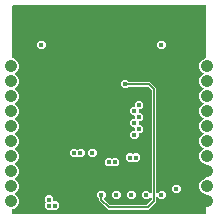
<source format=gbr>
G04 EAGLE Gerber RS-274X export*
G75*
%MOMM*%
%FSLAX34Y34*%
%LPD*%
%INCopper Layer 2*%
%IPPOS*%
%AMOC8*
5,1,8,0,0,1.08239X$1,22.5*%
G01*
%ADD10C,1.050000*%
%ADD11C,0.453200*%
%ADD12C,0.152400*%

G36*
X165580Y2012D02*
X165580Y2012D01*
X165646Y2014D01*
X165689Y2032D01*
X165736Y2040D01*
X165793Y2074D01*
X165853Y2099D01*
X165888Y2130D01*
X165929Y2155D01*
X165971Y2206D01*
X166019Y2250D01*
X166041Y2292D01*
X166070Y2329D01*
X166091Y2391D01*
X166122Y2450D01*
X166130Y2504D01*
X166142Y2541D01*
X166141Y2581D01*
X166149Y2635D01*
X166149Y18245D01*
X166138Y18310D01*
X166136Y18376D01*
X166118Y18419D01*
X166110Y18466D01*
X166076Y18523D01*
X166051Y18583D01*
X166020Y18618D01*
X165995Y18659D01*
X165944Y18701D01*
X165900Y18749D01*
X165858Y18771D01*
X165821Y18800D01*
X165759Y18821D01*
X165700Y18852D01*
X165646Y18860D01*
X165609Y18872D01*
X165569Y18871D01*
X165515Y18879D01*
X165473Y18879D01*
X163076Y19872D01*
X161242Y21706D01*
X160249Y24103D01*
X160249Y26697D01*
X161242Y29094D01*
X163076Y30928D01*
X165473Y31921D01*
X165515Y31921D01*
X165580Y31932D01*
X165646Y31934D01*
X165689Y31952D01*
X165736Y31960D01*
X165793Y31994D01*
X165853Y32019D01*
X165888Y32050D01*
X165929Y32075D01*
X165971Y32126D01*
X166019Y32170D01*
X166041Y32212D01*
X166070Y32249D01*
X166091Y32311D01*
X166122Y32370D01*
X166130Y32424D01*
X166142Y32461D01*
X166141Y32501D01*
X166149Y32555D01*
X166149Y43645D01*
X166138Y43710D01*
X166136Y43776D01*
X166118Y43819D01*
X166110Y43866D01*
X166076Y43923D01*
X166051Y43983D01*
X166020Y44018D01*
X165995Y44059D01*
X165944Y44101D01*
X165900Y44149D01*
X165858Y44171D01*
X165821Y44200D01*
X165759Y44221D01*
X165700Y44252D01*
X165646Y44260D01*
X165609Y44272D01*
X165569Y44271D01*
X165515Y44279D01*
X165473Y44279D01*
X163076Y45272D01*
X161242Y47106D01*
X160249Y49503D01*
X160249Y52097D01*
X161242Y54494D01*
X163076Y56328D01*
X163646Y56564D01*
X163721Y56612D01*
X163799Y56655D01*
X163815Y56672D01*
X163835Y56685D01*
X163888Y56756D01*
X163947Y56823D01*
X163956Y56846D01*
X163970Y56865D01*
X163995Y56950D01*
X164027Y57033D01*
X164027Y57057D01*
X164034Y57080D01*
X164028Y57169D01*
X164028Y57257D01*
X164020Y57280D01*
X164019Y57303D01*
X163982Y57385D01*
X163952Y57468D01*
X163937Y57486D01*
X163927Y57508D01*
X163864Y57572D01*
X163807Y57639D01*
X163784Y57653D01*
X163769Y57668D01*
X163724Y57689D01*
X163646Y57736D01*
X163076Y57972D01*
X161242Y59806D01*
X160249Y62203D01*
X160249Y64797D01*
X161242Y67194D01*
X163076Y69028D01*
X163646Y69264D01*
X163721Y69312D01*
X163799Y69354D01*
X163815Y69372D01*
X163835Y69385D01*
X163888Y69456D01*
X163947Y69523D01*
X163956Y69546D01*
X163970Y69564D01*
X163995Y69650D01*
X164027Y69733D01*
X164027Y69757D01*
X164034Y69780D01*
X164028Y69868D01*
X164029Y69957D01*
X164020Y69980D01*
X164019Y70003D01*
X163982Y70084D01*
X163952Y70168D01*
X163937Y70187D01*
X163927Y70208D01*
X163864Y70272D01*
X163807Y70339D01*
X163784Y70353D01*
X163769Y70368D01*
X163724Y70389D01*
X163646Y70436D01*
X163076Y70672D01*
X161242Y72506D01*
X160249Y74903D01*
X160249Y77497D01*
X161242Y79894D01*
X163076Y81728D01*
X163646Y81964D01*
X163721Y82012D01*
X163799Y82054D01*
X163809Y82066D01*
X163816Y82070D01*
X163822Y82077D01*
X163835Y82085D01*
X163888Y82156D01*
X163947Y82223D01*
X163953Y82238D01*
X163958Y82244D01*
X163960Y82252D01*
X163970Y82264D01*
X163995Y82350D01*
X164027Y82433D01*
X164027Y82449D01*
X164030Y82457D01*
X164029Y82465D01*
X164034Y82480D01*
X164028Y82568D01*
X164029Y82657D01*
X164023Y82672D01*
X164023Y82681D01*
X164020Y82689D01*
X164019Y82703D01*
X163982Y82784D01*
X163952Y82868D01*
X163942Y82880D01*
X163939Y82889D01*
X163932Y82896D01*
X163927Y82908D01*
X163864Y82972D01*
X163807Y83039D01*
X163794Y83047D01*
X163787Y83055D01*
X163778Y83059D01*
X163769Y83068D01*
X163724Y83089D01*
X163646Y83136D01*
X163076Y83372D01*
X161242Y85206D01*
X160249Y87603D01*
X160249Y90197D01*
X161242Y92594D01*
X163076Y94428D01*
X163646Y94664D01*
X163721Y94712D01*
X163799Y94754D01*
X163815Y94772D01*
X163835Y94785D01*
X163888Y94856D01*
X163947Y94923D01*
X163956Y94946D01*
X163970Y94964D01*
X163995Y95050D01*
X164027Y95133D01*
X164027Y95157D01*
X164034Y95180D01*
X164028Y95268D01*
X164029Y95357D01*
X164020Y95380D01*
X164019Y95403D01*
X163982Y95484D01*
X163952Y95568D01*
X163937Y95587D01*
X163927Y95608D01*
X163864Y95672D01*
X163807Y95739D01*
X163784Y95753D01*
X163769Y95768D01*
X163724Y95789D01*
X163646Y95836D01*
X163076Y96072D01*
X161242Y97906D01*
X160249Y100303D01*
X160249Y102897D01*
X161242Y105294D01*
X163076Y107128D01*
X163646Y107364D01*
X163721Y107412D01*
X163799Y107454D01*
X163815Y107472D01*
X163835Y107485D01*
X163888Y107556D01*
X163947Y107623D01*
X163956Y107646D01*
X163970Y107664D01*
X163995Y107750D01*
X164027Y107833D01*
X164027Y107857D01*
X164034Y107880D01*
X164028Y107968D01*
X164029Y108057D01*
X164020Y108080D01*
X164019Y108103D01*
X163982Y108184D01*
X163952Y108268D01*
X163937Y108287D01*
X163927Y108308D01*
X163864Y108372D01*
X163807Y108439D01*
X163784Y108453D01*
X163769Y108468D01*
X163724Y108489D01*
X163646Y108536D01*
X163076Y108772D01*
X161242Y110606D01*
X160249Y113003D01*
X160249Y115597D01*
X161242Y117994D01*
X163076Y119828D01*
X163646Y120064D01*
X163721Y120112D01*
X163799Y120154D01*
X163815Y120172D01*
X163835Y120185D01*
X163888Y120256D01*
X163947Y120323D01*
X163956Y120346D01*
X163970Y120364D01*
X163995Y120450D01*
X164027Y120533D01*
X164027Y120557D01*
X164034Y120580D01*
X164028Y120668D01*
X164029Y120757D01*
X164020Y120780D01*
X164019Y120803D01*
X163982Y120884D01*
X163952Y120968D01*
X163937Y120987D01*
X163927Y121008D01*
X163864Y121072D01*
X163807Y121139D01*
X163784Y121153D01*
X163769Y121168D01*
X163724Y121189D01*
X163646Y121236D01*
X163076Y121472D01*
X161242Y123306D01*
X160249Y125703D01*
X160249Y128297D01*
X161242Y130694D01*
X163076Y132528D01*
X165473Y133521D01*
X165515Y133521D01*
X165580Y133532D01*
X165646Y133534D01*
X165689Y133552D01*
X165736Y133560D01*
X165793Y133594D01*
X165853Y133619D01*
X165888Y133650D01*
X165929Y133675D01*
X165971Y133726D01*
X166019Y133770D01*
X166041Y133812D01*
X166070Y133849D01*
X166091Y133911D01*
X166122Y133970D01*
X166130Y134024D01*
X166142Y134061D01*
X166141Y134101D01*
X166149Y134155D01*
X166149Y177800D01*
X166138Y177865D01*
X166136Y177931D01*
X166118Y177974D01*
X166110Y178021D01*
X166076Y178078D01*
X166051Y178138D01*
X166020Y178173D01*
X165995Y178214D01*
X165944Y178256D01*
X165900Y178304D01*
X165858Y178326D01*
X165821Y178355D01*
X165759Y178376D01*
X165700Y178407D01*
X165646Y178415D01*
X165609Y178427D01*
X165569Y178426D01*
X165515Y178434D01*
X2635Y178434D01*
X2570Y178423D01*
X2504Y178421D01*
X2461Y178403D01*
X2414Y178395D01*
X2357Y178361D01*
X2297Y178336D01*
X2262Y178305D01*
X2221Y178280D01*
X2179Y178229D01*
X2131Y178185D01*
X2109Y178143D01*
X2080Y178106D01*
X2059Y178044D01*
X2028Y177985D01*
X2020Y177931D01*
X2008Y177894D01*
X2009Y177854D01*
X2001Y177800D01*
X2001Y134155D01*
X2012Y134090D01*
X2014Y134024D01*
X2032Y133981D01*
X2040Y133934D01*
X2074Y133877D01*
X2099Y133817D01*
X2130Y133782D01*
X2155Y133741D01*
X2206Y133699D01*
X2250Y133651D01*
X2292Y133629D01*
X2329Y133600D01*
X2391Y133579D01*
X2450Y133548D01*
X2504Y133540D01*
X2541Y133528D01*
X2550Y133528D01*
X4964Y132528D01*
X6798Y130694D01*
X7791Y128297D01*
X7791Y125703D01*
X6798Y123306D01*
X4964Y121472D01*
X4394Y121236D01*
X4319Y121188D01*
X4241Y121145D01*
X4225Y121128D01*
X4205Y121115D01*
X4152Y121044D01*
X4093Y120977D01*
X4084Y120954D01*
X4070Y120935D01*
X4045Y120850D01*
X4013Y120767D01*
X4013Y120743D01*
X4006Y120720D01*
X4012Y120631D01*
X4012Y120543D01*
X4020Y120520D01*
X4021Y120497D01*
X4058Y120415D01*
X4088Y120332D01*
X4103Y120313D01*
X4113Y120292D01*
X4176Y120228D01*
X4233Y120161D01*
X4256Y120147D01*
X4271Y120132D01*
X4316Y120111D01*
X4394Y120064D01*
X4964Y119828D01*
X6798Y117994D01*
X7791Y115597D01*
X7791Y113003D01*
X6798Y110606D01*
X4964Y108772D01*
X4394Y108536D01*
X4319Y108488D01*
X4241Y108445D01*
X4225Y108428D01*
X4205Y108415D01*
X4152Y108344D01*
X4093Y108277D01*
X4084Y108254D01*
X4070Y108235D01*
X4045Y108150D01*
X4013Y108067D01*
X4013Y108043D01*
X4006Y108020D01*
X4012Y107931D01*
X4012Y107843D01*
X4020Y107820D01*
X4021Y107797D01*
X4058Y107715D01*
X4088Y107632D01*
X4103Y107613D01*
X4113Y107592D01*
X4176Y107528D01*
X4233Y107461D01*
X4256Y107447D01*
X4271Y107432D01*
X4316Y107411D01*
X4394Y107364D01*
X4964Y107128D01*
X6798Y105294D01*
X7791Y102897D01*
X7791Y100303D01*
X6798Y97906D01*
X4964Y96072D01*
X4394Y95836D01*
X4319Y95788D01*
X4241Y95745D01*
X4225Y95728D01*
X4205Y95715D01*
X4152Y95644D01*
X4093Y95577D01*
X4084Y95554D01*
X4070Y95535D01*
X4045Y95450D01*
X4013Y95367D01*
X4013Y95343D01*
X4006Y95320D01*
X4012Y95231D01*
X4012Y95143D01*
X4020Y95120D01*
X4021Y95097D01*
X4058Y95015D01*
X4088Y94932D01*
X4103Y94913D01*
X4113Y94892D01*
X4176Y94828D01*
X4233Y94761D01*
X4256Y94747D01*
X4271Y94732D01*
X4316Y94711D01*
X4394Y94664D01*
X4964Y94428D01*
X6798Y92594D01*
X7791Y90197D01*
X7791Y87603D01*
X6798Y85206D01*
X4964Y83372D01*
X4394Y83136D01*
X4319Y83088D01*
X4241Y83045D01*
X4233Y83036D01*
X4224Y83031D01*
X4217Y83022D01*
X4205Y83015D01*
X4152Y82944D01*
X4093Y82877D01*
X4088Y82864D01*
X4082Y82857D01*
X4079Y82847D01*
X4070Y82835D01*
X4045Y82750D01*
X4013Y82667D01*
X4013Y82652D01*
X4010Y82644D01*
X4011Y82635D01*
X4006Y82620D01*
X4012Y82531D01*
X4012Y82443D01*
X4017Y82428D01*
X4017Y82420D01*
X4020Y82412D01*
X4021Y82397D01*
X4058Y82315D01*
X4088Y82232D01*
X4098Y82220D01*
X4101Y82212D01*
X4107Y82206D01*
X4113Y82192D01*
X4176Y82128D01*
X4233Y82061D01*
X4248Y82052D01*
X4253Y82046D01*
X4260Y82043D01*
X4271Y82032D01*
X4316Y82011D01*
X4394Y81964D01*
X4964Y81728D01*
X6798Y79894D01*
X7791Y77497D01*
X7791Y74903D01*
X6798Y72506D01*
X4964Y70672D01*
X4394Y70436D01*
X4319Y70388D01*
X4241Y70345D01*
X4225Y70328D01*
X4205Y70315D01*
X4152Y70244D01*
X4093Y70177D01*
X4084Y70154D01*
X4070Y70135D01*
X4045Y70050D01*
X4013Y69967D01*
X4013Y69943D01*
X4006Y69920D01*
X4012Y69831D01*
X4012Y69743D01*
X4020Y69720D01*
X4021Y69697D01*
X4058Y69615D01*
X4088Y69532D01*
X4103Y69514D01*
X4113Y69492D01*
X4176Y69428D01*
X4233Y69361D01*
X4256Y69347D01*
X4271Y69332D01*
X4316Y69311D01*
X4394Y69264D01*
X4964Y69028D01*
X6798Y67194D01*
X7791Y64797D01*
X7791Y62203D01*
X6798Y59806D01*
X4964Y57972D01*
X4394Y57736D01*
X4319Y57688D01*
X4241Y57646D01*
X4225Y57628D01*
X4205Y57615D01*
X4152Y57544D01*
X4093Y57477D01*
X4084Y57454D01*
X4070Y57436D01*
X4045Y57350D01*
X4013Y57267D01*
X4013Y57243D01*
X4006Y57220D01*
X4012Y57132D01*
X4011Y57043D01*
X4020Y57020D01*
X4021Y56997D01*
X4058Y56916D01*
X4088Y56832D01*
X4103Y56813D01*
X4113Y56792D01*
X4176Y56728D01*
X4233Y56661D01*
X4256Y56647D01*
X4271Y56632D01*
X4316Y56611D01*
X4394Y56564D01*
X4964Y56328D01*
X6798Y54494D01*
X7791Y52097D01*
X7791Y49503D01*
X6798Y47106D01*
X4964Y45272D01*
X4394Y45036D01*
X4319Y44988D01*
X4241Y44946D01*
X4225Y44928D01*
X4205Y44915D01*
X4152Y44844D01*
X4093Y44777D01*
X4084Y44754D01*
X4070Y44736D01*
X4045Y44650D01*
X4013Y44567D01*
X4013Y44543D01*
X4006Y44520D01*
X4012Y44432D01*
X4011Y44343D01*
X4020Y44320D01*
X4021Y44297D01*
X4058Y44216D01*
X4088Y44132D01*
X4103Y44113D01*
X4113Y44092D01*
X4176Y44028D01*
X4233Y43961D01*
X4256Y43947D01*
X4271Y43932D01*
X4316Y43911D01*
X4394Y43864D01*
X4964Y43628D01*
X6798Y41794D01*
X7791Y39397D01*
X7791Y36803D01*
X6798Y34406D01*
X4964Y32572D01*
X4394Y32336D01*
X4319Y32288D01*
X4241Y32246D01*
X4225Y32228D01*
X4205Y32215D01*
X4152Y32144D01*
X4093Y32077D01*
X4084Y32054D01*
X4070Y32036D01*
X4045Y31950D01*
X4013Y31867D01*
X4013Y31843D01*
X4006Y31820D01*
X4012Y31732D01*
X4011Y31643D01*
X4020Y31620D01*
X4021Y31597D01*
X4058Y31516D01*
X4088Y31432D01*
X4103Y31413D01*
X4113Y31392D01*
X4176Y31328D01*
X4233Y31261D01*
X4256Y31247D01*
X4271Y31232D01*
X4316Y31211D01*
X4394Y31164D01*
X4964Y30928D01*
X6798Y29094D01*
X7791Y26697D01*
X7791Y24103D01*
X6798Y21706D01*
X4964Y19872D01*
X4394Y19636D01*
X4319Y19588D01*
X4241Y19546D01*
X4225Y19528D01*
X4205Y19515D01*
X4152Y19444D01*
X4093Y19377D01*
X4084Y19354D01*
X4070Y19336D01*
X4045Y19250D01*
X4013Y19167D01*
X4013Y19143D01*
X4006Y19120D01*
X4012Y19032D01*
X4011Y18943D01*
X4020Y18920D01*
X4021Y18897D01*
X4058Y18816D01*
X4088Y18732D01*
X4103Y18713D01*
X4113Y18692D01*
X4176Y18628D01*
X4233Y18561D01*
X4256Y18547D01*
X4271Y18532D01*
X4316Y18511D01*
X4394Y18464D01*
X4964Y18228D01*
X6798Y16394D01*
X7791Y13997D01*
X7791Y11403D01*
X6798Y9006D01*
X4964Y7172D01*
X2537Y6167D01*
X2504Y6166D01*
X2461Y6148D01*
X2414Y6140D01*
X2357Y6106D01*
X2297Y6081D01*
X2262Y6050D01*
X2221Y6025D01*
X2179Y5974D01*
X2131Y5930D01*
X2109Y5888D01*
X2080Y5851D01*
X2059Y5789D01*
X2028Y5730D01*
X2020Y5676D01*
X2008Y5639D01*
X2009Y5599D01*
X2001Y5545D01*
X2001Y2635D01*
X2012Y2570D01*
X2014Y2504D01*
X2032Y2461D01*
X2040Y2414D01*
X2074Y2357D01*
X2099Y2297D01*
X2130Y2262D01*
X2155Y2221D01*
X2206Y2179D01*
X2250Y2131D01*
X2292Y2109D01*
X2329Y2080D01*
X2391Y2059D01*
X2450Y2028D01*
X2504Y2020D01*
X2541Y2008D01*
X2581Y2009D01*
X2635Y2001D01*
X165515Y2001D01*
X165580Y2012D01*
G37*
%LPC*%
G36*
X82978Y5587D02*
X82978Y5587D01*
X76814Y11751D01*
X76814Y11752D01*
X75437Y13128D01*
X75437Y14548D01*
X75430Y14590D01*
X75432Y14633D01*
X75410Y14700D01*
X75398Y14769D01*
X75376Y14806D01*
X75363Y14846D01*
X75309Y14919D01*
X75283Y14962D01*
X75267Y14976D01*
X75251Y14997D01*
X73933Y16315D01*
X73933Y19245D01*
X76005Y21317D01*
X78935Y21317D01*
X81007Y19245D01*
X81007Y16315D01*
X79952Y15260D01*
X79914Y15206D01*
X79869Y15158D01*
X79851Y15115D01*
X79824Y15076D01*
X79807Y15012D01*
X79782Y14951D01*
X79779Y14904D01*
X79768Y14859D01*
X79774Y14793D01*
X79772Y14727D01*
X79786Y14682D01*
X79791Y14635D01*
X79820Y14576D01*
X79840Y14514D01*
X79873Y14470D01*
X79890Y14434D01*
X79919Y14407D01*
X79952Y14363D01*
X84476Y9839D01*
X84511Y9814D01*
X84540Y9783D01*
X84603Y9751D01*
X84660Y9710D01*
X84702Y9700D01*
X84739Y9680D01*
X84829Y9667D01*
X84878Y9654D01*
X84899Y9657D01*
X84925Y9653D01*
X115735Y9653D01*
X115777Y9660D01*
X115819Y9658D01*
X115887Y9680D01*
X115956Y9692D01*
X115993Y9714D01*
X116033Y9727D01*
X116106Y9781D01*
X116149Y9807D01*
X116163Y9823D01*
X116184Y9839D01*
X119701Y13356D01*
X119726Y13391D01*
X119757Y13420D01*
X119789Y13483D01*
X119830Y13540D01*
X119840Y13582D01*
X119860Y13619D01*
X119873Y13709D01*
X119886Y13758D01*
X119883Y13778D01*
X119887Y13805D01*
X119887Y15564D01*
X119871Y15652D01*
X119862Y15741D01*
X119852Y15762D01*
X119848Y15785D01*
X119802Y15862D01*
X119763Y15942D01*
X119746Y15958D01*
X119733Y15978D01*
X119664Y16035D01*
X119600Y16096D01*
X119578Y16105D01*
X119559Y16120D01*
X119475Y16148D01*
X119393Y16183D01*
X119369Y16184D01*
X119347Y16192D01*
X119258Y16189D01*
X119169Y16193D01*
X119146Y16186D01*
X119122Y16185D01*
X119040Y16152D01*
X118955Y16124D01*
X118934Y16109D01*
X118915Y16101D01*
X118877Y16067D01*
X118805Y16013D01*
X117035Y14243D01*
X114105Y14243D01*
X112033Y16315D01*
X112033Y19245D01*
X114105Y21317D01*
X117035Y21317D01*
X118805Y19547D01*
X118878Y19496D01*
X118947Y19440D01*
X118969Y19433D01*
X118989Y19419D01*
X119075Y19397D01*
X119159Y19368D01*
X119183Y19369D01*
X119206Y19363D01*
X119295Y19372D01*
X119384Y19375D01*
X119406Y19384D01*
X119429Y19386D01*
X119509Y19426D01*
X119591Y19459D01*
X119609Y19475D01*
X119630Y19486D01*
X119691Y19551D01*
X119757Y19611D01*
X119768Y19632D01*
X119784Y19649D01*
X119819Y19731D01*
X119860Y19810D01*
X119863Y19836D01*
X119872Y19856D01*
X119874Y19906D01*
X119887Y19996D01*
X119887Y106845D01*
X119880Y106887D01*
X119882Y106929D01*
X119860Y106997D01*
X119848Y107066D01*
X119826Y107103D01*
X119813Y107143D01*
X119759Y107216D01*
X119733Y107259D01*
X119717Y107273D01*
X119701Y107294D01*
X117454Y109541D01*
X117419Y109566D01*
X117390Y109597D01*
X117327Y109629D01*
X117270Y109670D01*
X117228Y109680D01*
X117191Y109700D01*
X117101Y109713D01*
X117052Y109726D01*
X117032Y109723D01*
X117005Y109727D01*
X101022Y109727D01*
X100980Y109720D01*
X100937Y109722D01*
X100870Y109700D01*
X100801Y109688D01*
X100764Y109666D01*
X100724Y109653D01*
X100651Y109599D01*
X100608Y109573D01*
X100594Y109557D01*
X100573Y109541D01*
X99255Y108223D01*
X96325Y108223D01*
X94253Y110295D01*
X94253Y113225D01*
X96325Y115297D01*
X99255Y115297D01*
X100573Y113979D01*
X100608Y113954D01*
X100637Y113923D01*
X100700Y113891D01*
X100757Y113850D01*
X100798Y113840D01*
X100836Y113820D01*
X100926Y113807D01*
X100975Y113794D01*
X100995Y113797D01*
X101022Y113793D01*
X118952Y113793D01*
X123953Y108792D01*
X123953Y19996D01*
X123969Y19908D01*
X123978Y19819D01*
X123988Y19798D01*
X123992Y19775D01*
X124038Y19698D01*
X124077Y19618D01*
X124094Y19602D01*
X124107Y19582D01*
X124176Y19525D01*
X124240Y19464D01*
X124262Y19455D01*
X124281Y19440D01*
X124365Y19412D01*
X124447Y19377D01*
X124471Y19376D01*
X124493Y19368D01*
X124582Y19371D01*
X124671Y19367D01*
X124694Y19374D01*
X124718Y19375D01*
X124800Y19408D01*
X124885Y19436D01*
X124906Y19451D01*
X124925Y19459D01*
X124963Y19493D01*
X125035Y19547D01*
X126805Y21317D01*
X129735Y21317D01*
X131807Y19245D01*
X131807Y16315D01*
X129735Y14243D01*
X126805Y14243D01*
X125035Y16013D01*
X124962Y16064D01*
X124893Y16120D01*
X124871Y16127D01*
X124851Y16141D01*
X124765Y16163D01*
X124681Y16192D01*
X124657Y16191D01*
X124634Y16197D01*
X124545Y16188D01*
X124456Y16185D01*
X124434Y16176D01*
X124411Y16174D01*
X124331Y16134D01*
X124249Y16101D01*
X124231Y16085D01*
X124210Y16074D01*
X124149Y16009D01*
X124083Y15949D01*
X124072Y15928D01*
X124056Y15911D01*
X124021Y15829D01*
X123980Y15750D01*
X123977Y15724D01*
X123968Y15704D01*
X123966Y15654D01*
X123953Y15564D01*
X123953Y11858D01*
X117682Y5587D01*
X82978Y5587D01*
G37*
%LPD*%
%LPC*%
G36*
X103945Y65043D02*
X103945Y65043D01*
X101873Y67115D01*
X101873Y70045D01*
X103945Y72117D01*
X105049Y72117D01*
X105114Y72128D01*
X105180Y72130D01*
X105223Y72148D01*
X105270Y72156D01*
X105327Y72190D01*
X105387Y72215D01*
X105422Y72246D01*
X105463Y72271D01*
X105505Y72322D01*
X105553Y72366D01*
X105575Y72408D01*
X105604Y72445D01*
X105625Y72507D01*
X105656Y72566D01*
X105664Y72620D01*
X105676Y72657D01*
X105675Y72697D01*
X105683Y72751D01*
X105683Y74569D01*
X105672Y74634D01*
X105670Y74700D01*
X105652Y74743D01*
X105644Y74790D01*
X105610Y74847D01*
X105585Y74907D01*
X105554Y74942D01*
X105529Y74983D01*
X105478Y75025D01*
X105434Y75073D01*
X105392Y75095D01*
X105355Y75124D01*
X105293Y75145D01*
X105234Y75176D01*
X105180Y75184D01*
X105143Y75196D01*
X105103Y75195D01*
X105049Y75203D01*
X103945Y75203D01*
X101873Y77275D01*
X101873Y80205D01*
X103945Y82277D01*
X105049Y82277D01*
X105114Y82288D01*
X105180Y82290D01*
X105223Y82308D01*
X105270Y82316D01*
X105327Y82350D01*
X105387Y82375D01*
X105422Y82406D01*
X105463Y82431D01*
X105505Y82482D01*
X105553Y82526D01*
X105575Y82568D01*
X105604Y82605D01*
X105625Y82667D01*
X105656Y82726D01*
X105664Y82780D01*
X105676Y82817D01*
X105675Y82857D01*
X105683Y82911D01*
X105683Y84729D01*
X105672Y84794D01*
X105670Y84860D01*
X105652Y84903D01*
X105644Y84950D01*
X105610Y85007D01*
X105585Y85067D01*
X105554Y85102D01*
X105529Y85143D01*
X105478Y85185D01*
X105434Y85233D01*
X105392Y85255D01*
X105355Y85284D01*
X105293Y85305D01*
X105234Y85336D01*
X105180Y85344D01*
X105143Y85356D01*
X105103Y85355D01*
X105049Y85363D01*
X103945Y85363D01*
X101873Y87435D01*
X101873Y90365D01*
X103945Y92437D01*
X105049Y92437D01*
X105114Y92448D01*
X105180Y92450D01*
X105223Y92468D01*
X105270Y92476D01*
X105327Y92510D01*
X105387Y92535D01*
X105422Y92566D01*
X105463Y92591D01*
X105505Y92642D01*
X105553Y92686D01*
X105575Y92728D01*
X105604Y92765D01*
X105625Y92827D01*
X105656Y92886D01*
X105664Y92940D01*
X105676Y92977D01*
X105675Y93017D01*
X105683Y93071D01*
X105683Y95445D01*
X107755Y97517D01*
X110685Y97517D01*
X112757Y95445D01*
X112757Y92515D01*
X110685Y90443D01*
X109581Y90443D01*
X109516Y90432D01*
X109450Y90430D01*
X109407Y90412D01*
X109360Y90404D01*
X109303Y90370D01*
X109243Y90345D01*
X109208Y90314D01*
X109167Y90289D01*
X109125Y90238D01*
X109077Y90194D01*
X109055Y90152D01*
X109026Y90115D01*
X109005Y90053D01*
X108974Y89994D01*
X108966Y89940D01*
X108954Y89903D01*
X108955Y89863D01*
X108947Y89809D01*
X108947Y87991D01*
X108958Y87926D01*
X108960Y87860D01*
X108978Y87817D01*
X108986Y87770D01*
X109020Y87713D01*
X109045Y87653D01*
X109076Y87618D01*
X109101Y87577D01*
X109152Y87535D01*
X109196Y87487D01*
X109238Y87465D01*
X109275Y87436D01*
X109337Y87415D01*
X109396Y87384D01*
X109450Y87376D01*
X109487Y87364D01*
X109527Y87365D01*
X109581Y87357D01*
X110685Y87357D01*
X112757Y85285D01*
X112757Y82355D01*
X110685Y80283D01*
X109581Y80283D01*
X109516Y80272D01*
X109450Y80270D01*
X109407Y80252D01*
X109360Y80244D01*
X109303Y80210D01*
X109243Y80185D01*
X109208Y80154D01*
X109167Y80129D01*
X109125Y80078D01*
X109077Y80034D01*
X109055Y79992D01*
X109026Y79955D01*
X109005Y79893D01*
X108974Y79834D01*
X108966Y79780D01*
X108954Y79743D01*
X108955Y79703D01*
X108947Y79649D01*
X108947Y77831D01*
X108958Y77766D01*
X108960Y77700D01*
X108978Y77657D01*
X108986Y77610D01*
X109020Y77553D01*
X109045Y77493D01*
X109076Y77458D01*
X109101Y77417D01*
X109152Y77375D01*
X109196Y77327D01*
X109238Y77305D01*
X109275Y77276D01*
X109337Y77255D01*
X109396Y77224D01*
X109450Y77216D01*
X109487Y77204D01*
X109527Y77205D01*
X109581Y77197D01*
X110685Y77197D01*
X112757Y75125D01*
X112757Y72195D01*
X110685Y70123D01*
X109581Y70123D01*
X109516Y70112D01*
X109450Y70110D01*
X109407Y70092D01*
X109360Y70084D01*
X109303Y70050D01*
X109243Y70025D01*
X109208Y69994D01*
X109167Y69969D01*
X109125Y69918D01*
X109077Y69874D01*
X109055Y69832D01*
X109026Y69795D01*
X109005Y69733D01*
X108974Y69674D01*
X108966Y69620D01*
X108954Y69583D01*
X108955Y69543D01*
X108947Y69489D01*
X108947Y67115D01*
X106875Y65043D01*
X103945Y65043D01*
G37*
%LPD*%
%LPC*%
G36*
X31555Y5353D02*
X31555Y5353D01*
X29483Y7425D01*
X29483Y10355D01*
X30110Y10981D01*
X30147Y11036D01*
X30193Y11083D01*
X30211Y11127D01*
X30238Y11166D01*
X30254Y11229D01*
X30280Y11290D01*
X30282Y11337D01*
X30294Y11383D01*
X30287Y11448D01*
X30290Y11514D01*
X30276Y11559D01*
X30271Y11606D01*
X30242Y11665D01*
X30221Y11728D01*
X30189Y11772D01*
X30171Y11807D01*
X30142Y11834D01*
X30110Y11878D01*
X29483Y12505D01*
X29483Y15435D01*
X31555Y17507D01*
X34485Y17507D01*
X36557Y15435D01*
X36557Y13061D01*
X36568Y12996D01*
X36570Y12930D01*
X36588Y12887D01*
X36596Y12840D01*
X36630Y12783D01*
X36655Y12723D01*
X36686Y12688D01*
X36711Y12647D01*
X36762Y12605D01*
X36806Y12557D01*
X36848Y12535D01*
X36885Y12506D01*
X36947Y12485D01*
X37006Y12454D01*
X37060Y12446D01*
X37097Y12434D01*
X37137Y12435D01*
X37191Y12427D01*
X39565Y12427D01*
X41637Y10355D01*
X41637Y7425D01*
X39565Y5353D01*
X36635Y5353D01*
X36009Y5980D01*
X35954Y6017D01*
X35907Y6063D01*
X35863Y6081D01*
X35824Y6108D01*
X35761Y6124D01*
X35700Y6150D01*
X35653Y6152D01*
X35607Y6164D01*
X35542Y6157D01*
X35476Y6160D01*
X35431Y6146D01*
X35384Y6141D01*
X35325Y6112D01*
X35262Y6091D01*
X35218Y6059D01*
X35183Y6041D01*
X35156Y6012D01*
X35112Y5980D01*
X34485Y5353D01*
X31555Y5353D01*
G37*
%LPD*%
%LPC*%
G36*
X53145Y49803D02*
X53145Y49803D01*
X51073Y51875D01*
X51073Y54805D01*
X53145Y56877D01*
X56075Y56877D01*
X56702Y56250D01*
X56756Y56213D01*
X56803Y56167D01*
X56847Y56149D01*
X56886Y56122D01*
X56949Y56106D01*
X57010Y56080D01*
X57057Y56078D01*
X57103Y56066D01*
X57168Y56073D01*
X57234Y56070D01*
X57279Y56084D01*
X57326Y56089D01*
X57385Y56119D01*
X57448Y56139D01*
X57492Y56171D01*
X57527Y56189D01*
X57554Y56217D01*
X57599Y56250D01*
X58225Y56877D01*
X61155Y56877D01*
X63227Y54805D01*
X63227Y51875D01*
X61155Y49803D01*
X58225Y49803D01*
X57599Y50430D01*
X57544Y50467D01*
X57497Y50513D01*
X57453Y50531D01*
X57414Y50558D01*
X57351Y50574D01*
X57290Y50600D01*
X57243Y50602D01*
X57197Y50614D01*
X57132Y50607D01*
X57066Y50610D01*
X57021Y50596D01*
X56974Y50591D01*
X56915Y50562D01*
X56852Y50541D01*
X56808Y50509D01*
X56773Y50491D01*
X56746Y50462D01*
X56702Y50430D01*
X56075Y49803D01*
X53145Y49803D01*
G37*
%LPD*%
%LPC*%
G36*
X100135Y45993D02*
X100135Y45993D01*
X98063Y48065D01*
X98063Y50995D01*
X100135Y53067D01*
X103065Y53067D01*
X103691Y52440D01*
X103746Y52403D01*
X103793Y52357D01*
X103837Y52339D01*
X103876Y52312D01*
X103939Y52296D01*
X104000Y52270D01*
X104047Y52268D01*
X104093Y52256D01*
X104158Y52263D01*
X104224Y52260D01*
X104269Y52274D01*
X104316Y52279D01*
X104375Y52308D01*
X104438Y52329D01*
X104482Y52361D01*
X104517Y52379D01*
X104544Y52408D01*
X104588Y52440D01*
X105215Y53067D01*
X108145Y53067D01*
X110217Y50995D01*
X110217Y48065D01*
X108145Y45993D01*
X105215Y45993D01*
X104588Y46620D01*
X104534Y46657D01*
X104487Y46703D01*
X104443Y46721D01*
X104404Y46748D01*
X104341Y46764D01*
X104280Y46790D01*
X104233Y46792D01*
X104187Y46804D01*
X104122Y46797D01*
X104056Y46800D01*
X104011Y46786D01*
X103964Y46781D01*
X103905Y46751D01*
X103842Y46731D01*
X103798Y46699D01*
X103763Y46681D01*
X103736Y46653D01*
X103691Y46620D01*
X103065Y45993D01*
X100135Y45993D01*
G37*
%LPD*%
%LPC*%
G36*
X82355Y42183D02*
X82355Y42183D01*
X80283Y44255D01*
X80283Y47185D01*
X82355Y49257D01*
X85285Y49257D01*
X85912Y48630D01*
X85966Y48593D01*
X86013Y48547D01*
X86057Y48529D01*
X86096Y48502D01*
X86159Y48486D01*
X86220Y48460D01*
X86267Y48458D01*
X86313Y48446D01*
X86378Y48453D01*
X86444Y48450D01*
X86489Y48464D01*
X86536Y48469D01*
X86595Y48499D01*
X86658Y48519D01*
X86702Y48551D01*
X86737Y48569D01*
X86764Y48597D01*
X86809Y48630D01*
X87435Y49257D01*
X90365Y49257D01*
X92437Y47185D01*
X92437Y44255D01*
X90365Y42183D01*
X87435Y42183D01*
X86809Y42810D01*
X86754Y42847D01*
X86707Y42893D01*
X86663Y42911D01*
X86624Y42938D01*
X86561Y42954D01*
X86500Y42980D01*
X86453Y42982D01*
X86407Y42994D01*
X86342Y42987D01*
X86276Y42990D01*
X86231Y42976D01*
X86184Y42971D01*
X86125Y42942D01*
X86062Y42921D01*
X86018Y42889D01*
X85983Y42871D01*
X85956Y42842D01*
X85912Y42810D01*
X85285Y42183D01*
X82355Y42183D01*
G37*
%LPD*%
%LPC*%
G36*
X126805Y141243D02*
X126805Y141243D01*
X124733Y143315D01*
X124733Y146245D01*
X126805Y148317D01*
X129735Y148317D01*
X131807Y146245D01*
X131807Y143315D01*
X129735Y141243D01*
X126805Y141243D01*
G37*
%LPD*%
%LPC*%
G36*
X25205Y141243D02*
X25205Y141243D01*
X23133Y143315D01*
X23133Y146245D01*
X25205Y148317D01*
X28135Y148317D01*
X30207Y146245D01*
X30207Y143315D01*
X28135Y141243D01*
X25205Y141243D01*
G37*
%LPD*%
%LPC*%
G36*
X68385Y49803D02*
X68385Y49803D01*
X66313Y51875D01*
X66313Y54805D01*
X68385Y56877D01*
X71315Y56877D01*
X73387Y54805D01*
X73387Y51875D01*
X71315Y49803D01*
X68385Y49803D01*
G37*
%LPD*%
%LPC*%
G36*
X139505Y19323D02*
X139505Y19323D01*
X137433Y21395D01*
X137433Y24325D01*
X139505Y26397D01*
X142435Y26397D01*
X144507Y24325D01*
X144507Y21395D01*
X142435Y19323D01*
X139505Y19323D01*
G37*
%LPD*%
%LPC*%
G36*
X101405Y14243D02*
X101405Y14243D01*
X99333Y16315D01*
X99333Y19245D01*
X101405Y21317D01*
X104335Y21317D01*
X106407Y19245D01*
X106407Y16315D01*
X104335Y14243D01*
X101405Y14243D01*
G37*
%LPD*%
%LPC*%
G36*
X88705Y14243D02*
X88705Y14243D01*
X86633Y16315D01*
X86633Y19245D01*
X88705Y21317D01*
X91635Y21317D01*
X93707Y19245D01*
X93707Y16315D01*
X91635Y14243D01*
X88705Y14243D01*
G37*
%LPD*%
D10*
X166770Y63500D03*
X166770Y50800D03*
X166770Y38100D03*
X166770Y25400D03*
X166770Y12700D03*
X166770Y76200D03*
X166770Y88900D03*
X166770Y101600D03*
X166770Y114300D03*
X166770Y127000D03*
X1270Y63500D03*
X1270Y50800D03*
X1270Y38100D03*
X1270Y25400D03*
X1270Y12700D03*
X1270Y76200D03*
X1270Y88900D03*
X1270Y101600D03*
X1270Y114300D03*
X1270Y127000D03*
D11*
X105410Y68580D03*
X109220Y73660D03*
X105410Y78740D03*
X109220Y83820D03*
X105410Y88900D03*
X109220Y93980D03*
X128270Y17780D03*
X115570Y17780D03*
X102870Y17780D03*
X90170Y17780D03*
X97790Y111760D03*
D12*
X118110Y111760D01*
X121920Y107950D01*
X121920Y12700D01*
X116840Y7620D01*
X83820Y7620D01*
X77470Y13970D01*
X77470Y17780D01*
D11*
X77470Y17780D03*
X57150Y101600D03*
X87630Y101600D03*
X72390Y101600D03*
X64770Y101600D03*
X80010Y101600D03*
X57150Y71120D03*
X87630Y71120D03*
X57150Y86360D03*
X57150Y93980D03*
X57150Y78740D03*
X72390Y71120D03*
X64770Y71120D03*
X80010Y71120D03*
X87630Y86360D03*
X87630Y93980D03*
X87630Y78740D03*
X64770Y93980D03*
X72390Y93980D03*
X80010Y93980D03*
X64770Y86360D03*
X64770Y78740D03*
X72390Y86360D03*
X72390Y78740D03*
X80010Y86360D03*
X80010Y78740D03*
X25400Y60960D03*
X48260Y144780D03*
X63500Y30480D03*
X73660Y30480D03*
X83820Y22860D03*
X93980Y22860D03*
X104140Y26670D03*
X114300Y26670D03*
X96520Y144780D03*
X106680Y144780D03*
X48260Y16510D03*
X90170Y156210D03*
X10160Y8890D03*
X24654Y176352D03*
X5080Y176530D03*
X5080Y168910D03*
X5080Y160020D03*
X5080Y151130D03*
X5080Y142240D03*
X12700Y176530D03*
X12700Y168910D03*
X12700Y160020D03*
X12700Y151130D03*
X12700Y142240D03*
X20320Y168910D03*
X27940Y168910D03*
X35560Y168910D03*
X20320Y160020D03*
X27940Y160020D03*
X35560Y160020D03*
X43180Y158750D03*
X35560Y176530D03*
X54610Y176530D03*
X163830Y176530D03*
X154940Y176530D03*
X144780Y176530D03*
X134620Y176530D03*
X124460Y176530D03*
X114300Y176530D03*
X102870Y168910D03*
X92710Y176530D03*
X82550Y176530D03*
X63500Y176530D03*
X85090Y168910D03*
X114300Y168910D03*
X124460Y168910D03*
X134620Y168910D03*
X144780Y168910D03*
X154940Y168910D03*
X163830Y168910D03*
X96520Y153670D03*
X114300Y153670D03*
X124460Y153670D03*
X134620Y153670D03*
X144780Y153670D03*
X154940Y153670D03*
X163830Y153670D03*
X138430Y144780D03*
X154940Y144780D03*
X163830Y144780D03*
X138430Y137160D03*
X154940Y137160D03*
X163830Y137160D03*
X138430Y127000D03*
X154940Y127000D03*
X58420Y5080D03*
X49530Y5080D03*
X102870Y176530D03*
X102870Y161290D03*
X124460Y161290D03*
X134620Y161290D03*
X144780Y161290D03*
X154940Y161290D03*
X163830Y161290D03*
X41910Y165100D03*
X20320Y151130D03*
X12700Y134620D03*
X146050Y144780D03*
X146050Y137160D03*
X146050Y127000D03*
X66040Y129540D03*
X83820Y148590D03*
X83820Y133350D03*
X114300Y161290D03*
X102870Y153670D03*
X85090Y162560D03*
X129540Y127000D03*
X129540Y137160D03*
X97790Y121920D03*
X104140Y121920D03*
X143510Y113030D03*
X115570Y100330D03*
X50800Y158750D03*
X66040Y158750D03*
X58420Y158750D03*
X66040Y152400D03*
X66040Y144780D03*
X58420Y152400D03*
X58420Y144780D03*
X50800Y152400D03*
X92710Y168910D03*
X93980Y162560D03*
X66040Y137160D03*
X154940Y116840D03*
X154940Y109220D03*
X153670Y100330D03*
X154940Y36830D03*
X154940Y49530D03*
X73660Y176530D03*
X129540Y35560D03*
X154940Y80010D03*
X12700Y106680D03*
X8890Y95250D03*
X27940Y33020D03*
X43180Y152400D03*
X83820Y140970D03*
X12700Y127000D03*
X67310Y5080D03*
X67310Y13970D03*
X59690Y53340D03*
X54610Y53340D03*
X88900Y45720D03*
X83820Y45720D03*
X101600Y49530D03*
X106680Y49530D03*
X140970Y22860D03*
X26670Y144780D03*
X128270Y144780D03*
X38100Y8890D03*
X33020Y8890D03*
X33020Y13970D03*
X69850Y53340D03*
M02*

</source>
